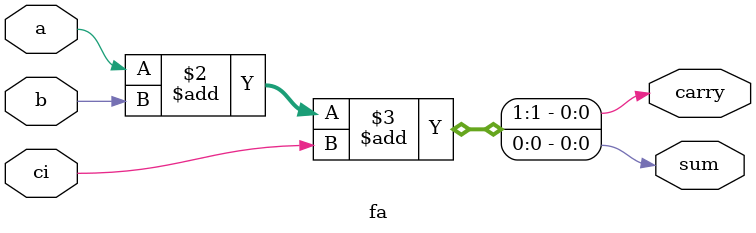
<source format=v>
module fa(sum,carry,a,b,ci);
input a,b,ci;
output reg sum,carry;

always @(*) begin

	{carry,sum}=a+b+ci;
end
endmodule
	

</source>
